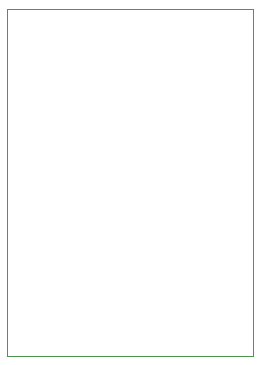
<source format=gbr>
G04 #@! TF.GenerationSoftware,KiCad,Pcbnew,5.0.2+dfsg1-1*
G04 #@! TF.CreationDate,2020-09-25T22:56:08+02:00*
G04 #@! TF.ProjectId,attiny13ir,61747469-6e79-4313-9369-722e6b696361,rev?*
G04 #@! TF.SameCoordinates,Original*
G04 #@! TF.FileFunction,Profile,NP*
%FSLAX46Y46*%
G04 Gerber Fmt 4.6, Leading zero omitted, Abs format (unit mm)*
G04 Created by KiCad (PCBNEW 5.0.2+dfsg1-1) date Fri 25 Sep 2020 10:56:08 PM CEST*
%MOMM*%
%LPD*%
G01*
G04 APERTURE LIST*
%ADD10C,0.100000*%
G04 APERTURE END LIST*
D10*
X101092000Y-106680000D02*
X111506000Y-106680000D01*
X101092000Y-77343000D02*
X101092000Y-106680000D01*
X121920000Y-77343000D02*
X101092000Y-77343000D01*
X121920000Y-106680000D02*
X121920000Y-77343000D01*
X111506000Y-106680000D02*
X121920000Y-106680000D01*
M02*

</source>
